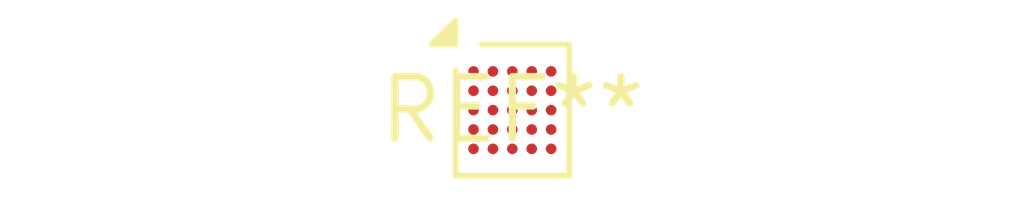
<source format=kicad_pcb>
(kicad_pcb (version 20240108) (generator pcbnew)
  (layers (0 "F.Cu" signal) (31 "B.Cu" signal) (34 "B.Paste" user) (35 "F.Paste" user) (36 "B.SilkS" user "B.Silkscreen") (37 "F.SilkS" user "F.Silkscreen") (38 "B.Mask" user) (39 "F.Mask" user) (44 "Edge.Cuts" user))
  (net 0 "")
  (footprint "ST_WLCSP-25_Die425" (layer "F.Cu") (at 0 0)
    (property "Reference" "REF**")
    (property "Value" "ST_WLCSP-25_Die425")
    (fp_line (start -1.17 1.3565) (end -1.17 -0.8265) (layer "F.SilkS") (stroke (width 0.12)))
    (fp_line (start -0.64 -1.3565) (end 1.17 -1.3565) (layer "F.SilkS") (stroke (width 0.12)))
    (fp_line (start 1.17 -1.3565) (end 1.17 1.3565) (layer "F.SilkS") (stroke (width 0.12)))
    (fp_line (start 1.17 1.3565) (end -1.17 1.3565) (layer "F.SilkS") (stroke (width 0.12)))
    (fp_poly (pts (xy -1.17 -1.3565) (xy -1.67 -1.3565) (xy -1.17 -1.8565) (xy -1.17 -1.3565)) (layer "F.SilkS") (stroke (width 0.12)) (fill solid))
    (pad "A1" smd circle (at -0.8 -0.8) (size 0.22 0.22) (property pad_prop_bga) (layers "F.Cu" "F.Paste" "F.Mask"))
    (pad "A2" smd circle (at -0.4 -0.8) (size 0.22 0.22) (property pad_prop_bga) (layers "F.Cu" "F.Paste" "F.Mask"))
    (pad "A3" smd circle (at 0 -0.8) (size 0.22 0.22) (property pad_prop_bga) (layers "F.Cu" "F.Paste" "F.Mask"))
    (pad "A4" smd circle (at 0.4 -0.8) (size 0.22 0.22) (property pad_prop_bga) (layers "F.Cu" "F.Paste" "F.Mask"))
    (pad "A5" smd circle (at 0.8 -0.8) (size 0.22 0.22) (property pad_prop_bga) (layers "F.Cu" "F.Paste" "F.Mask"))
    (pad "B1" smd circle (at -0.8 -0.4) (size 0.22 0.22) (property pad_prop_bga) (layers "F.Cu" "F.Paste" "F.Mask"))
    (pad "B2" smd circle (at -0.4 -0.4) (size 0.22 0.22) (property pad_prop_bga) (layers "F.Cu" "F.Paste" "F.Mask"))
    (pad "B3" smd circle (at 0 -0.4) (size 0.22 0.22) (property pad_prop_bga) (layers "F.Cu" "F.Paste" "F.Mask"))
    (pad "B4" smd circle (at 0.4 -0.4) (size 0.22 0.22) (property pad_prop_bga) (layers "F.Cu" "F.Paste" "F.Mask"))
    (pad "B5" smd circle (at 0.8 -0.4) (size 0.22 0.22) (property pad_prop_bga) (layers "F.Cu" "F.Paste" "F.Mask"))
    (pad "C1" smd circle (at -0.8 0) (size 0.22 0.22) (property pad_prop_bga) (layers "F.Cu" "F.Paste" "F.Mask"))
    (pad "C2" smd circle (at -0.4 0) (size 0.22 0.22) (property pad_prop_bga) (layers "F.Cu" "F.Paste" "F.Mask"))
    (pad "C3" smd circle (at 0 0) (size 0.22 0.22) (property pad_prop_bga) (layers "F.Cu" "F.Paste" "F.Mask"))
    (pad "C4" smd circle (at 0.4 0) (size 0.22 0.22) (property pad_prop_bga) (layers "F.Cu" "F.Paste" "F.Mask"))
    (pad "C5" smd circle (at 0.8 0) (size 0.22 0.22) (property pad_prop_bga) (layers "F.Cu" "F.Paste" "F.Mask"))
    (pad "D1" smd circle (at -0.8 0.4) (size 0.22 0.22) (property pad_prop_bga) (layers "F.Cu" "F.Paste" "F.Mask"))
    (pad "D2" smd circle (at -0.4 0.4) (size 0.22 0.22) (property pad_prop_bga) (layers "F.Cu" "F.Paste" "F.Mask"))
    (pad "D3" smd circle (at 0 0.4) (size 0.22 0.22) (property pad_prop_bga) (layers "F.Cu" "F.Paste" "F.Mask"))
    (pad "D4" smd circle (at 0.4 0.4) (size 0.22 0.22) (property pad_prop_bga) (layers "F.Cu" "F.Paste" "F.Mask"))
    (pad "D5" smd circle (at 0.8 0.4) (size 0.22 0.22) (property pad_prop_bga) (layers "F.Cu" "F.Paste" "F.Mask"))
    (pad "E1" smd circle (at -0.8 0.8) (size 0.22 0.22) (property pad_prop_bga) (layers "F.Cu" "F.Paste" "F.Mask"))
    (pad "E2" smd circle (at -0.4 0.8) (size 0.22 0.22) (property pad_prop_bga) (layers "F.Cu" "F.Paste" "F.Mask"))
    (pad "E3" smd circle (at 0 0.8) (size 0.22 0.22) (property pad_prop_bga) (layers "F.Cu" "F.Paste" "F.Mask"))
    (pad "E4" smd circle (at 0.4 0.8) (size 0.22 0.22) (property pad_prop_bga) (layers "F.Cu" "F.Paste" "F.Mask"))
    (pad "E5" smd circle (at 0.8 0.8) (size 0.22 0.22) (property pad_prop_bga) (layers "F.Cu" "F.Paste" "F.Mask"))
  )
)
</source>
